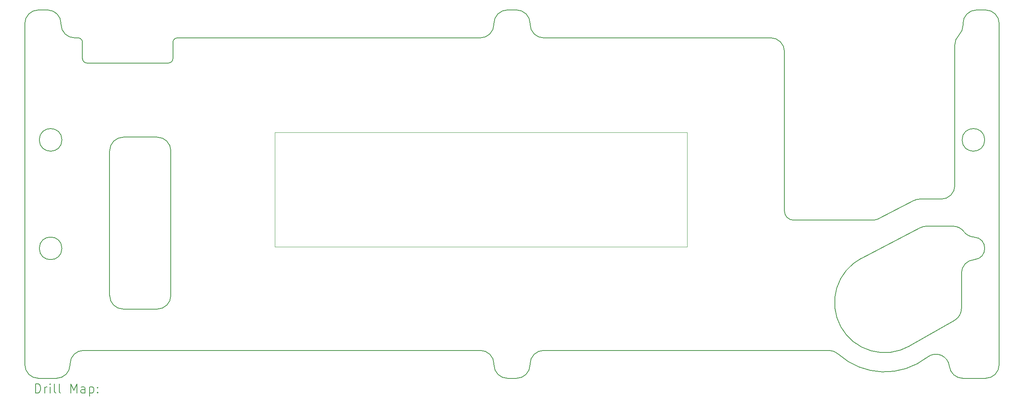
<source format=gbr>
%TF.GenerationSoftware,KiCad,Pcbnew,7.0.2-0*%
%TF.CreationDate,2024-05-09T13:19:16-07:00*%
%TF.ProjectId,New_Coil_Panel_Y,4e65775f-436f-4696-9c5f-50616e656c5f,2.0*%
%TF.SameCoordinates,Original*%
%TF.FileFunction,Drillmap*%
%TF.FilePolarity,Positive*%
%FSLAX45Y45*%
G04 Gerber Fmt 4.5, Leading zero omitted, Abs format (unit mm)*
G04 Created by KiCad (PCBNEW 7.0.2-0) date 2024-05-09 13:19:16*
%MOMM*%
%LPD*%
G01*
G04 APERTURE LIST*
%ADD10C,0.200000*%
%ADD11C,0.100000*%
G04 APERTURE END LIST*
D10*
X16012163Y-12683600D02*
X16012163Y-12666100D01*
X22823237Y-12443994D02*
G75*
G03*
X24801787Y-12514371I1030913J1135394D01*
G01*
X16312163Y-12366093D02*
G75*
G03*
X16012163Y-12666100I7J-300007D01*
G01*
X16312163Y-12366100D02*
X22621570Y-12366100D01*
X5637170Y-5151100D02*
G75*
G03*
X5937163Y-5451100I299990J-10D01*
G01*
X26067163Y-7708600D02*
G75*
G03*
X26067163Y-7708600I-250000J0D01*
G01*
X5537163Y-12983593D02*
G75*
G03*
X5837163Y-12683600I7J299993D01*
G01*
X7013483Y-7648990D02*
X7765963Y-7648990D01*
X5637163Y-5151100D02*
X5637163Y-5133600D01*
X7765963Y-11452383D02*
G75*
G03*
X8065963Y-11152390I7J299993D01*
G01*
X15712163Y-12983593D02*
G75*
G03*
X16012163Y-12683600I7J299993D01*
G01*
X14912163Y-5451093D02*
G75*
G03*
X15212163Y-5151100I7J299993D01*
G01*
X15212170Y-12666100D02*
G75*
G03*
X14912163Y-12366100I-300010J-10D01*
G01*
X15712163Y-4833600D02*
X15512163Y-4833600D01*
X15512163Y-12983600D02*
X15712163Y-12983600D01*
X7765963Y-11452390D02*
X7013483Y-11452390D01*
X15212163Y-12666100D02*
X15212163Y-12683600D01*
X6137163Y-12366093D02*
G75*
G03*
X5837163Y-12666100I7J-300007D01*
G01*
X15512163Y-4833593D02*
G75*
G03*
X15212163Y-5133600I7J-300007D01*
G01*
X25583450Y-12983600D02*
X26087163Y-12983600D01*
X15212170Y-12683600D02*
G75*
G03*
X15512163Y-12983600I299990J-10D01*
G01*
X16012170Y-5133600D02*
G75*
G03*
X15712163Y-4833600I-300010J-10D01*
G01*
X14912163Y-5451100D02*
X8212163Y-5451100D01*
X16012170Y-5151100D02*
G75*
G03*
X16312163Y-5451100I299990J-10D01*
G01*
X8112163Y-5551100D02*
X8112163Y-5908600D01*
X8012163Y-6008593D02*
G75*
G03*
X8112163Y-5908600I7J99993D01*
G01*
X7013483Y-7648983D02*
G75*
G03*
X6713483Y-7948990I7J-300007D01*
G01*
X4837170Y-12683600D02*
G75*
G03*
X5137163Y-12983600I299990J-10D01*
G01*
X24780746Y-9618600D02*
X25366153Y-9618600D01*
X26387170Y-5133600D02*
G75*
G03*
X26087163Y-4833600I-300010J-10D01*
G01*
X16012163Y-5151100D02*
X16012163Y-5133600D01*
X5137163Y-4833593D02*
G75*
G03*
X4837163Y-5133600I7J-300007D01*
G01*
X8212163Y-5451093D02*
G75*
G03*
X8112163Y-5551100I7J-100007D01*
G01*
X6112163Y-5908600D02*
X6112163Y-5551100D01*
X6137163Y-12366100D02*
X14912163Y-12366100D01*
X25496905Y-5390416D02*
G75*
G03*
X25406649Y-5604911I209745J-214494D01*
G01*
X6012163Y-5451100D02*
X5937163Y-5451100D01*
X24634551Y-9018598D02*
G75*
G03*
X24496549Y-9052225I-1J-299982D01*
G01*
X25606452Y-9738997D02*
G75*
G03*
X25366153Y-9618600I-240302J-179613D01*
G01*
X25401581Y-11699996D02*
G75*
G03*
X25552649Y-11439572I-148942J260426D01*
G01*
X23590801Y-9483600D02*
X21837163Y-9483600D01*
X25887163Y-4833593D02*
G75*
G03*
X25587163Y-5133600I7J-300007D01*
G01*
X25401580Y-11699994D02*
X24404184Y-12270391D01*
X15212163Y-5133600D02*
X15212163Y-5151100D01*
X25833293Y-10358079D02*
G75*
G03*
X25830611Y-9858962I-16133J249479D01*
G01*
X8065970Y-7948990D02*
G75*
G03*
X7765963Y-7648990I-300010J-10D01*
G01*
X6713483Y-11152390D02*
X6713483Y-7948990D01*
X26087163Y-12983593D02*
G75*
G03*
X26387163Y-12683600I7J299993D01*
G01*
X5637170Y-5133600D02*
G75*
G03*
X5337163Y-4833600I-300010J-10D01*
G01*
X25833293Y-10358083D02*
G75*
G03*
X25552649Y-10657454I19347J-299367D01*
G01*
X25496906Y-5390416D02*
G75*
G03*
X25587163Y-5175922I-209746J214496D01*
G01*
X25606449Y-9739000D02*
G75*
G03*
X25830611Y-9858962I240311J179630D01*
G01*
X25406649Y-5604911D02*
X25406649Y-8718600D01*
X25106649Y-9018600D02*
X24634551Y-9018600D01*
X8012163Y-6008600D02*
X6212163Y-6008600D01*
X5657163Y-7708600D02*
G75*
G03*
X5657163Y-7708600I-250000J0D01*
G01*
X22823236Y-12443996D02*
G75*
G03*
X22621570Y-12366100I-201656J-222074D01*
G01*
X25552649Y-10657454D02*
X25552649Y-11439572D01*
X25587163Y-5133600D02*
X25587163Y-5175922D01*
X6713490Y-11152390D02*
G75*
G03*
X7013483Y-11452390I299990J-10D01*
G01*
X23344479Y-10324823D02*
X24642744Y-9652225D01*
X25106649Y-9018599D02*
G75*
G03*
X25406649Y-8718600I1J299999D01*
G01*
X4837163Y-5133600D02*
X4837163Y-12683600D01*
X5137163Y-12983600D02*
X5537163Y-12983600D01*
X23344480Y-10324824D02*
G75*
G03*
X24404184Y-12270391I509670J-983776D01*
G01*
X21637163Y-9283600D02*
X21637163Y-5751100D01*
X26387163Y-12683600D02*
X26387163Y-5133600D01*
X6112170Y-5551100D02*
G75*
G03*
X6012163Y-5451100I-100010J-10D01*
G01*
X24496549Y-9052225D02*
X23728803Y-9449975D01*
X6112170Y-5908600D02*
G75*
G03*
X6212163Y-6008600I99990J-10D01*
G01*
X5837163Y-12683600D02*
X5837163Y-12666100D01*
X23590801Y-9483598D02*
G75*
G03*
X23728803Y-9449975I-2J300018D01*
G01*
X25285306Y-12716922D02*
G75*
G03*
X24801787Y-12514371I-298146J-33328D01*
G01*
X25285307Y-12716922D02*
G75*
G03*
X25583450Y-12983600I298153J33332D01*
G01*
X21337163Y-5451100D02*
X16312163Y-5451100D01*
X21637170Y-5751100D02*
G75*
G03*
X21337163Y-5451100I-300010J-10D01*
G01*
X5337163Y-4833600D02*
X5137163Y-4833600D01*
X5657163Y-10108600D02*
G75*
G03*
X5657163Y-10108600I-250000J0D01*
G01*
X26087163Y-4833600D02*
X25887163Y-4833600D01*
D11*
X10363200Y-7543800D02*
X19488070Y-7543800D01*
X19488070Y-10074163D01*
X10363200Y-10074163D01*
X10363200Y-7543800D01*
D10*
X21637170Y-9283600D02*
G75*
G03*
X21837163Y-9483600I199990J-10D01*
G01*
X24780746Y-9618602D02*
G75*
G03*
X24642744Y-9652225I4J-300028D01*
G01*
X8065963Y-7948990D02*
X8065963Y-11152390D01*
X5074782Y-13306124D02*
X5074782Y-13106124D01*
X5074782Y-13106124D02*
X5122401Y-13106124D01*
X5122401Y-13106124D02*
X5150973Y-13115648D01*
X5150973Y-13115648D02*
X5170020Y-13134695D01*
X5170020Y-13134695D02*
X5179544Y-13153743D01*
X5179544Y-13153743D02*
X5189068Y-13191838D01*
X5189068Y-13191838D02*
X5189068Y-13220409D01*
X5189068Y-13220409D02*
X5179544Y-13258505D01*
X5179544Y-13258505D02*
X5170020Y-13277552D01*
X5170020Y-13277552D02*
X5150973Y-13296600D01*
X5150973Y-13296600D02*
X5122401Y-13306124D01*
X5122401Y-13306124D02*
X5074782Y-13306124D01*
X5274782Y-13306124D02*
X5274782Y-13172790D01*
X5274782Y-13210886D02*
X5284306Y-13191838D01*
X5284306Y-13191838D02*
X5293830Y-13182314D01*
X5293830Y-13182314D02*
X5312877Y-13172790D01*
X5312877Y-13172790D02*
X5331925Y-13172790D01*
X5398592Y-13306124D02*
X5398592Y-13172790D01*
X5398592Y-13106124D02*
X5389068Y-13115648D01*
X5389068Y-13115648D02*
X5398592Y-13125171D01*
X5398592Y-13125171D02*
X5408115Y-13115648D01*
X5408115Y-13115648D02*
X5398592Y-13106124D01*
X5398592Y-13106124D02*
X5398592Y-13125171D01*
X5522401Y-13306124D02*
X5503354Y-13296600D01*
X5503354Y-13296600D02*
X5493830Y-13277552D01*
X5493830Y-13277552D02*
X5493830Y-13106124D01*
X5627163Y-13306124D02*
X5608115Y-13296600D01*
X5608115Y-13296600D02*
X5598592Y-13277552D01*
X5598592Y-13277552D02*
X5598592Y-13106124D01*
X5855734Y-13306124D02*
X5855734Y-13106124D01*
X5855734Y-13106124D02*
X5922401Y-13248981D01*
X5922401Y-13248981D02*
X5989068Y-13106124D01*
X5989068Y-13106124D02*
X5989068Y-13306124D01*
X6170020Y-13306124D02*
X6170020Y-13201362D01*
X6170020Y-13201362D02*
X6160496Y-13182314D01*
X6160496Y-13182314D02*
X6141449Y-13172790D01*
X6141449Y-13172790D02*
X6103353Y-13172790D01*
X6103353Y-13172790D02*
X6084306Y-13182314D01*
X6170020Y-13296600D02*
X6150973Y-13306124D01*
X6150973Y-13306124D02*
X6103353Y-13306124D01*
X6103353Y-13306124D02*
X6084306Y-13296600D01*
X6084306Y-13296600D02*
X6074782Y-13277552D01*
X6074782Y-13277552D02*
X6074782Y-13258505D01*
X6074782Y-13258505D02*
X6084306Y-13239457D01*
X6084306Y-13239457D02*
X6103353Y-13229933D01*
X6103353Y-13229933D02*
X6150973Y-13229933D01*
X6150973Y-13229933D02*
X6170020Y-13220409D01*
X6265258Y-13172790D02*
X6265258Y-13372790D01*
X6265258Y-13182314D02*
X6284306Y-13172790D01*
X6284306Y-13172790D02*
X6322401Y-13172790D01*
X6322401Y-13172790D02*
X6341449Y-13182314D01*
X6341449Y-13182314D02*
X6350973Y-13191838D01*
X6350973Y-13191838D02*
X6360496Y-13210886D01*
X6360496Y-13210886D02*
X6360496Y-13268028D01*
X6360496Y-13268028D02*
X6350973Y-13287076D01*
X6350973Y-13287076D02*
X6341449Y-13296600D01*
X6341449Y-13296600D02*
X6322401Y-13306124D01*
X6322401Y-13306124D02*
X6284306Y-13306124D01*
X6284306Y-13306124D02*
X6265258Y-13296600D01*
X6446211Y-13287076D02*
X6455734Y-13296600D01*
X6455734Y-13296600D02*
X6446211Y-13306124D01*
X6446211Y-13306124D02*
X6436687Y-13296600D01*
X6436687Y-13296600D02*
X6446211Y-13287076D01*
X6446211Y-13287076D02*
X6446211Y-13306124D01*
X6446211Y-13182314D02*
X6455734Y-13191838D01*
X6455734Y-13191838D02*
X6446211Y-13201362D01*
X6446211Y-13201362D02*
X6436687Y-13191838D01*
X6436687Y-13191838D02*
X6446211Y-13182314D01*
X6446211Y-13182314D02*
X6446211Y-13201362D01*
M02*

</source>
